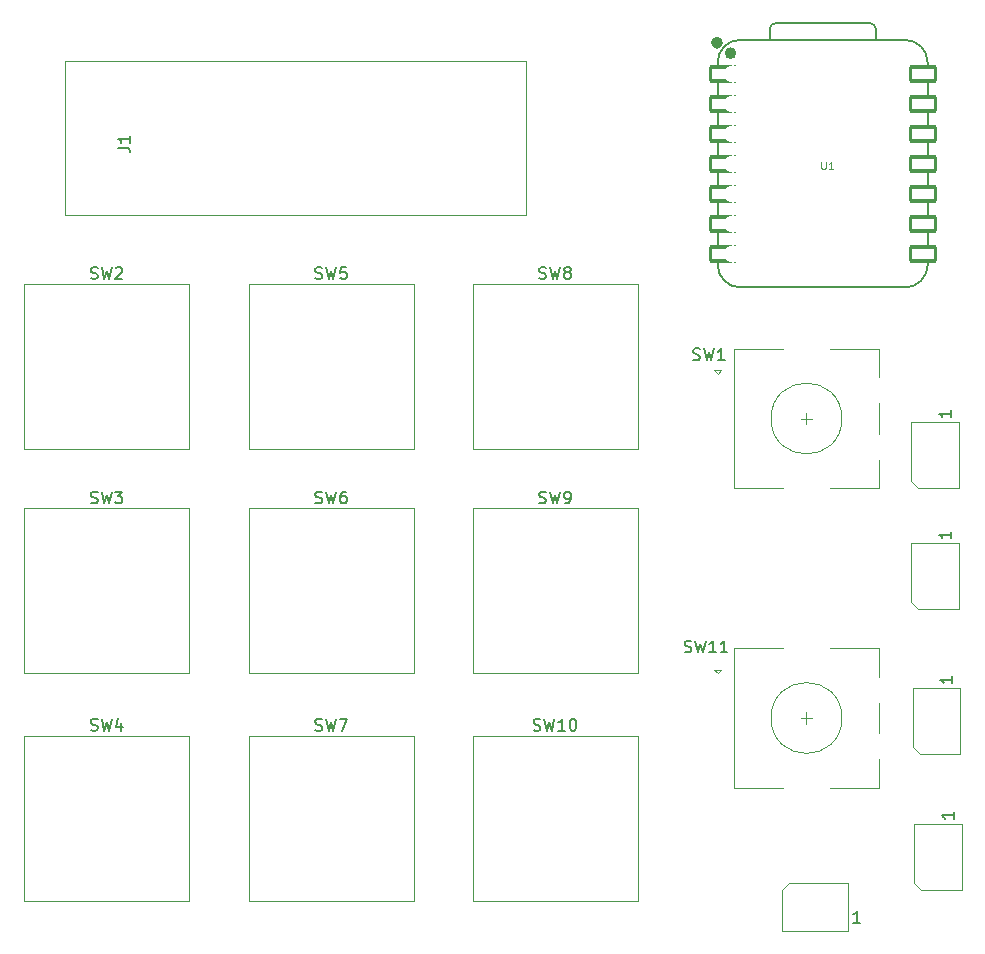
<source format=gto>
G04 #@! TF.GenerationSoftware,KiCad,Pcbnew,9.0.7*
G04 #@! TF.CreationDate,2026-02-07T16:10:57+01:00*
G04 #@! TF.ProjectId,keyboard,6b657962-6f61-4726-942e-6b696361645f,rev?*
G04 #@! TF.SameCoordinates,Original*
G04 #@! TF.FileFunction,Legend,Top*
G04 #@! TF.FilePolarity,Positive*
%FSLAX46Y46*%
G04 Gerber Fmt 4.6, Leading zero omitted, Abs format (unit mm)*
G04 Created by KiCad (PCBNEW 9.0.7) date 2026-02-07 16:10:57*
%MOMM*%
%LPD*%
G01*
G04 APERTURE LIST*
G04 Aperture macros list*
%AMRoundRect*
0 Rectangle with rounded corners*
0 $1 Rounding radius*
0 $2 $3 $4 $5 $6 $7 $8 $9 X,Y pos of 4 corners*
0 Add a 4 corners polygon primitive as box body*
4,1,4,$2,$3,$4,$5,$6,$7,$8,$9,$2,$3,0*
0 Add four circle primitives for the rounded corners*
1,1,$1+$1,$2,$3*
1,1,$1+$1,$4,$5*
1,1,$1+$1,$6,$7*
1,1,$1+$1,$8,$9*
0 Add four rect primitives between the rounded corners*
20,1,$1+$1,$2,$3,$4,$5,0*
20,1,$1+$1,$4,$5,$6,$7,0*
20,1,$1+$1,$6,$7,$8,$9,0*
20,1,$1+$1,$8,$9,$2,$3,0*%
G04 Aperture macros list end*
%ADD10C,0.150000*%
%ADD11C,0.101600*%
%ADD12C,0.120000*%
%ADD13C,0.100000*%
%ADD14C,0.127000*%
%ADD15C,0.504000*%
%ADD16R,2.000000X2.000000*%
%ADD17C,2.000000*%
%ADD18R,3.200000X2.000000*%
%ADD19C,1.700000*%
%ADD20C,4.000000*%
%ADD21C,2.200000*%
%ADD22R,0.850000X1.600000*%
%ADD23R,1.700000X1.700000*%
%ADD24O,1.700000X1.700000*%
%ADD25R,1.600000X0.850000*%
%ADD26RoundRect,0.152400X1.063600X0.609600X-1.063600X0.609600X-1.063600X-0.609600X1.063600X-0.609600X0*%
%ADD27C,1.524000*%
%ADD28RoundRect,0.152400X-1.063600X-0.609600X1.063600X-0.609600X1.063600X0.609600X-1.063600X0.609600X0*%
%ADD29R,1.600000X1.600000*%
%ADD30O,1.600000X1.600000*%
G04 APERTURE END LIST*
D10*
X178440476Y-76407200D02*
X178583333Y-76454819D01*
X178583333Y-76454819D02*
X178821428Y-76454819D01*
X178821428Y-76454819D02*
X178916666Y-76407200D01*
X178916666Y-76407200D02*
X178964285Y-76359580D01*
X178964285Y-76359580D02*
X179011904Y-76264342D01*
X179011904Y-76264342D02*
X179011904Y-76169104D01*
X179011904Y-76169104D02*
X178964285Y-76073866D01*
X178964285Y-76073866D02*
X178916666Y-76026247D01*
X178916666Y-76026247D02*
X178821428Y-75978628D01*
X178821428Y-75978628D02*
X178630952Y-75931009D01*
X178630952Y-75931009D02*
X178535714Y-75883390D01*
X178535714Y-75883390D02*
X178488095Y-75835771D01*
X178488095Y-75835771D02*
X178440476Y-75740533D01*
X178440476Y-75740533D02*
X178440476Y-75645295D01*
X178440476Y-75645295D02*
X178488095Y-75550057D01*
X178488095Y-75550057D02*
X178535714Y-75502438D01*
X178535714Y-75502438D02*
X178630952Y-75454819D01*
X178630952Y-75454819D02*
X178869047Y-75454819D01*
X178869047Y-75454819D02*
X179011904Y-75502438D01*
X179345238Y-75454819D02*
X179583333Y-76454819D01*
X179583333Y-76454819D02*
X179773809Y-75740533D01*
X179773809Y-75740533D02*
X179964285Y-76454819D01*
X179964285Y-76454819D02*
X180202381Y-75454819D01*
X181107142Y-76454819D02*
X180535714Y-76454819D01*
X180821428Y-76454819D02*
X180821428Y-75454819D01*
X180821428Y-75454819D02*
X180726190Y-75597676D01*
X180726190Y-75597676D02*
X180630952Y-75692914D01*
X180630952Y-75692914D02*
X180535714Y-75740533D01*
X182059523Y-76454819D02*
X181488095Y-76454819D01*
X181773809Y-76454819D02*
X181773809Y-75454819D01*
X181773809Y-75454819D02*
X181678571Y-75597676D01*
X181678571Y-75597676D02*
X181583333Y-75692914D01*
X181583333Y-75692914D02*
X181488095Y-75740533D01*
X128166667Y-83033200D02*
X128309524Y-83080819D01*
X128309524Y-83080819D02*
X128547619Y-83080819D01*
X128547619Y-83080819D02*
X128642857Y-83033200D01*
X128642857Y-83033200D02*
X128690476Y-82985580D01*
X128690476Y-82985580D02*
X128738095Y-82890342D01*
X128738095Y-82890342D02*
X128738095Y-82795104D01*
X128738095Y-82795104D02*
X128690476Y-82699866D01*
X128690476Y-82699866D02*
X128642857Y-82652247D01*
X128642857Y-82652247D02*
X128547619Y-82604628D01*
X128547619Y-82604628D02*
X128357143Y-82557009D01*
X128357143Y-82557009D02*
X128261905Y-82509390D01*
X128261905Y-82509390D02*
X128214286Y-82461771D01*
X128214286Y-82461771D02*
X128166667Y-82366533D01*
X128166667Y-82366533D02*
X128166667Y-82271295D01*
X128166667Y-82271295D02*
X128214286Y-82176057D01*
X128214286Y-82176057D02*
X128261905Y-82128438D01*
X128261905Y-82128438D02*
X128357143Y-82080819D01*
X128357143Y-82080819D02*
X128595238Y-82080819D01*
X128595238Y-82080819D02*
X128738095Y-82128438D01*
X129071429Y-82080819D02*
X129309524Y-83080819D01*
X129309524Y-83080819D02*
X129500000Y-82366533D01*
X129500000Y-82366533D02*
X129690476Y-83080819D01*
X129690476Y-83080819D02*
X129928572Y-82080819D01*
X130738095Y-82414152D02*
X130738095Y-83080819D01*
X130500000Y-82033200D02*
X130261905Y-82747485D01*
X130261905Y-82747485D02*
X130880952Y-82747485D01*
X166126667Y-63783200D02*
X166269524Y-63830819D01*
X166269524Y-63830819D02*
X166507619Y-63830819D01*
X166507619Y-63830819D02*
X166602857Y-63783200D01*
X166602857Y-63783200D02*
X166650476Y-63735580D01*
X166650476Y-63735580D02*
X166698095Y-63640342D01*
X166698095Y-63640342D02*
X166698095Y-63545104D01*
X166698095Y-63545104D02*
X166650476Y-63449866D01*
X166650476Y-63449866D02*
X166602857Y-63402247D01*
X166602857Y-63402247D02*
X166507619Y-63354628D01*
X166507619Y-63354628D02*
X166317143Y-63307009D01*
X166317143Y-63307009D02*
X166221905Y-63259390D01*
X166221905Y-63259390D02*
X166174286Y-63211771D01*
X166174286Y-63211771D02*
X166126667Y-63116533D01*
X166126667Y-63116533D02*
X166126667Y-63021295D01*
X166126667Y-63021295D02*
X166174286Y-62926057D01*
X166174286Y-62926057D02*
X166221905Y-62878438D01*
X166221905Y-62878438D02*
X166317143Y-62830819D01*
X166317143Y-62830819D02*
X166555238Y-62830819D01*
X166555238Y-62830819D02*
X166698095Y-62878438D01*
X167031429Y-62830819D02*
X167269524Y-63830819D01*
X167269524Y-63830819D02*
X167460000Y-63116533D01*
X167460000Y-63116533D02*
X167650476Y-63830819D01*
X167650476Y-63830819D02*
X167888572Y-62830819D01*
X168317143Y-63830819D02*
X168507619Y-63830819D01*
X168507619Y-63830819D02*
X168602857Y-63783200D01*
X168602857Y-63783200D02*
X168650476Y-63735580D01*
X168650476Y-63735580D02*
X168745714Y-63592723D01*
X168745714Y-63592723D02*
X168793333Y-63402247D01*
X168793333Y-63402247D02*
X168793333Y-63021295D01*
X168793333Y-63021295D02*
X168745714Y-62926057D01*
X168745714Y-62926057D02*
X168698095Y-62878438D01*
X168698095Y-62878438D02*
X168602857Y-62830819D01*
X168602857Y-62830819D02*
X168412381Y-62830819D01*
X168412381Y-62830819D02*
X168317143Y-62878438D01*
X168317143Y-62878438D02*
X168269524Y-62926057D01*
X168269524Y-62926057D02*
X168221905Y-63021295D01*
X168221905Y-63021295D02*
X168221905Y-63259390D01*
X168221905Y-63259390D02*
X168269524Y-63354628D01*
X168269524Y-63354628D02*
X168317143Y-63402247D01*
X168317143Y-63402247D02*
X168412381Y-63449866D01*
X168412381Y-63449866D02*
X168602857Y-63449866D01*
X168602857Y-63449866D02*
X168698095Y-63402247D01*
X168698095Y-63402247D02*
X168745714Y-63354628D01*
X168745714Y-63354628D02*
X168793333Y-63259390D01*
X200954819Y-66214285D02*
X200954819Y-66785713D01*
X200954819Y-66499999D02*
X199954819Y-66499999D01*
X199954819Y-66499999D02*
X200097676Y-66595237D01*
X200097676Y-66595237D02*
X200192914Y-66690475D01*
X200192914Y-66690475D02*
X200240533Y-66785713D01*
X130454819Y-33713333D02*
X131169104Y-33713333D01*
X131169104Y-33713333D02*
X131311961Y-33760952D01*
X131311961Y-33760952D02*
X131407200Y-33856190D01*
X131407200Y-33856190D02*
X131454819Y-33999047D01*
X131454819Y-33999047D02*
X131454819Y-34094285D01*
X131454819Y-32713333D02*
X131454819Y-33284761D01*
X131454819Y-32999047D02*
X130454819Y-32999047D01*
X130454819Y-32999047D02*
X130597676Y-33094285D01*
X130597676Y-33094285D02*
X130692914Y-33189523D01*
X130692914Y-33189523D02*
X130740533Y-33284761D01*
X193285714Y-99329819D02*
X192714286Y-99329819D01*
X193000000Y-99329819D02*
X193000000Y-98329819D01*
X193000000Y-98329819D02*
X192904762Y-98472676D01*
X192904762Y-98472676D02*
X192809524Y-98567914D01*
X192809524Y-98567914D02*
X192714286Y-98615533D01*
D11*
X190016190Y-34903479D02*
X190016190Y-35417526D01*
X190016190Y-35417526D02*
X190046428Y-35478002D01*
X190046428Y-35478002D02*
X190076666Y-35508241D01*
X190076666Y-35508241D02*
X190137142Y-35538479D01*
X190137142Y-35538479D02*
X190258095Y-35538479D01*
X190258095Y-35538479D02*
X190318571Y-35508241D01*
X190318571Y-35508241D02*
X190348809Y-35478002D01*
X190348809Y-35478002D02*
X190379047Y-35417526D01*
X190379047Y-35417526D02*
X190379047Y-34903479D01*
X191014047Y-35538479D02*
X190651190Y-35538479D01*
X190832618Y-35538479D02*
X190832618Y-34903479D01*
X190832618Y-34903479D02*
X190772142Y-34994193D01*
X190772142Y-34994193D02*
X190711666Y-35054669D01*
X190711666Y-35054669D02*
X190651190Y-35084907D01*
D10*
X128166667Y-44783200D02*
X128309524Y-44830819D01*
X128309524Y-44830819D02*
X128547619Y-44830819D01*
X128547619Y-44830819D02*
X128642857Y-44783200D01*
X128642857Y-44783200D02*
X128690476Y-44735580D01*
X128690476Y-44735580D02*
X128738095Y-44640342D01*
X128738095Y-44640342D02*
X128738095Y-44545104D01*
X128738095Y-44545104D02*
X128690476Y-44449866D01*
X128690476Y-44449866D02*
X128642857Y-44402247D01*
X128642857Y-44402247D02*
X128547619Y-44354628D01*
X128547619Y-44354628D02*
X128357143Y-44307009D01*
X128357143Y-44307009D02*
X128261905Y-44259390D01*
X128261905Y-44259390D02*
X128214286Y-44211771D01*
X128214286Y-44211771D02*
X128166667Y-44116533D01*
X128166667Y-44116533D02*
X128166667Y-44021295D01*
X128166667Y-44021295D02*
X128214286Y-43926057D01*
X128214286Y-43926057D02*
X128261905Y-43878438D01*
X128261905Y-43878438D02*
X128357143Y-43830819D01*
X128357143Y-43830819D02*
X128595238Y-43830819D01*
X128595238Y-43830819D02*
X128738095Y-43878438D01*
X129071429Y-43830819D02*
X129309524Y-44830819D01*
X129309524Y-44830819D02*
X129500000Y-44116533D01*
X129500000Y-44116533D02*
X129690476Y-44830819D01*
X129690476Y-44830819D02*
X129928572Y-43830819D01*
X130261905Y-43926057D02*
X130309524Y-43878438D01*
X130309524Y-43878438D02*
X130404762Y-43830819D01*
X130404762Y-43830819D02*
X130642857Y-43830819D01*
X130642857Y-43830819D02*
X130738095Y-43878438D01*
X130738095Y-43878438D02*
X130785714Y-43926057D01*
X130785714Y-43926057D02*
X130833333Y-44021295D01*
X130833333Y-44021295D02*
X130833333Y-44116533D01*
X130833333Y-44116533D02*
X130785714Y-44259390D01*
X130785714Y-44259390D02*
X130214286Y-44830819D01*
X130214286Y-44830819D02*
X130833333Y-44830819D01*
X201204819Y-89964285D02*
X201204819Y-90535713D01*
X201204819Y-90249999D02*
X200204819Y-90249999D01*
X200204819Y-90249999D02*
X200347676Y-90345237D01*
X200347676Y-90345237D02*
X200442914Y-90440475D01*
X200442914Y-90440475D02*
X200490533Y-90535713D01*
X128166667Y-63783200D02*
X128309524Y-63830819D01*
X128309524Y-63830819D02*
X128547619Y-63830819D01*
X128547619Y-63830819D02*
X128642857Y-63783200D01*
X128642857Y-63783200D02*
X128690476Y-63735580D01*
X128690476Y-63735580D02*
X128738095Y-63640342D01*
X128738095Y-63640342D02*
X128738095Y-63545104D01*
X128738095Y-63545104D02*
X128690476Y-63449866D01*
X128690476Y-63449866D02*
X128642857Y-63402247D01*
X128642857Y-63402247D02*
X128547619Y-63354628D01*
X128547619Y-63354628D02*
X128357143Y-63307009D01*
X128357143Y-63307009D02*
X128261905Y-63259390D01*
X128261905Y-63259390D02*
X128214286Y-63211771D01*
X128214286Y-63211771D02*
X128166667Y-63116533D01*
X128166667Y-63116533D02*
X128166667Y-63021295D01*
X128166667Y-63021295D02*
X128214286Y-62926057D01*
X128214286Y-62926057D02*
X128261905Y-62878438D01*
X128261905Y-62878438D02*
X128357143Y-62830819D01*
X128357143Y-62830819D02*
X128595238Y-62830819D01*
X128595238Y-62830819D02*
X128738095Y-62878438D01*
X129071429Y-62830819D02*
X129309524Y-63830819D01*
X129309524Y-63830819D02*
X129500000Y-63116533D01*
X129500000Y-63116533D02*
X129690476Y-63830819D01*
X129690476Y-63830819D02*
X129928572Y-62830819D01*
X130214286Y-62830819D02*
X130833333Y-62830819D01*
X130833333Y-62830819D02*
X130500000Y-63211771D01*
X130500000Y-63211771D02*
X130642857Y-63211771D01*
X130642857Y-63211771D02*
X130738095Y-63259390D01*
X130738095Y-63259390D02*
X130785714Y-63307009D01*
X130785714Y-63307009D02*
X130833333Y-63402247D01*
X130833333Y-63402247D02*
X130833333Y-63640342D01*
X130833333Y-63640342D02*
X130785714Y-63735580D01*
X130785714Y-63735580D02*
X130738095Y-63783200D01*
X130738095Y-63783200D02*
X130642857Y-63830819D01*
X130642857Y-63830819D02*
X130357143Y-63830819D01*
X130357143Y-63830819D02*
X130261905Y-63783200D01*
X130261905Y-63783200D02*
X130214286Y-63735580D01*
X200954819Y-55964285D02*
X200954819Y-56535713D01*
X200954819Y-56249999D02*
X199954819Y-56249999D01*
X199954819Y-56249999D02*
X200097676Y-56345237D01*
X200097676Y-56345237D02*
X200192914Y-56440475D01*
X200192914Y-56440475D02*
X200240533Y-56535713D01*
X165650476Y-83033200D02*
X165793333Y-83080819D01*
X165793333Y-83080819D02*
X166031428Y-83080819D01*
X166031428Y-83080819D02*
X166126666Y-83033200D01*
X166126666Y-83033200D02*
X166174285Y-82985580D01*
X166174285Y-82985580D02*
X166221904Y-82890342D01*
X166221904Y-82890342D02*
X166221904Y-82795104D01*
X166221904Y-82795104D02*
X166174285Y-82699866D01*
X166174285Y-82699866D02*
X166126666Y-82652247D01*
X166126666Y-82652247D02*
X166031428Y-82604628D01*
X166031428Y-82604628D02*
X165840952Y-82557009D01*
X165840952Y-82557009D02*
X165745714Y-82509390D01*
X165745714Y-82509390D02*
X165698095Y-82461771D01*
X165698095Y-82461771D02*
X165650476Y-82366533D01*
X165650476Y-82366533D02*
X165650476Y-82271295D01*
X165650476Y-82271295D02*
X165698095Y-82176057D01*
X165698095Y-82176057D02*
X165745714Y-82128438D01*
X165745714Y-82128438D02*
X165840952Y-82080819D01*
X165840952Y-82080819D02*
X166079047Y-82080819D01*
X166079047Y-82080819D02*
X166221904Y-82128438D01*
X166555238Y-82080819D02*
X166793333Y-83080819D01*
X166793333Y-83080819D02*
X166983809Y-82366533D01*
X166983809Y-82366533D02*
X167174285Y-83080819D01*
X167174285Y-83080819D02*
X167412381Y-82080819D01*
X168317142Y-83080819D02*
X167745714Y-83080819D01*
X168031428Y-83080819D02*
X168031428Y-82080819D01*
X168031428Y-82080819D02*
X167936190Y-82223676D01*
X167936190Y-82223676D02*
X167840952Y-82318914D01*
X167840952Y-82318914D02*
X167745714Y-82366533D01*
X168936190Y-82080819D02*
X169031428Y-82080819D01*
X169031428Y-82080819D02*
X169126666Y-82128438D01*
X169126666Y-82128438D02*
X169174285Y-82176057D01*
X169174285Y-82176057D02*
X169221904Y-82271295D01*
X169221904Y-82271295D02*
X169269523Y-82461771D01*
X169269523Y-82461771D02*
X169269523Y-82699866D01*
X169269523Y-82699866D02*
X169221904Y-82890342D01*
X169221904Y-82890342D02*
X169174285Y-82985580D01*
X169174285Y-82985580D02*
X169126666Y-83033200D01*
X169126666Y-83033200D02*
X169031428Y-83080819D01*
X169031428Y-83080819D02*
X168936190Y-83080819D01*
X168936190Y-83080819D02*
X168840952Y-83033200D01*
X168840952Y-83033200D02*
X168793333Y-82985580D01*
X168793333Y-82985580D02*
X168745714Y-82890342D01*
X168745714Y-82890342D02*
X168698095Y-82699866D01*
X168698095Y-82699866D02*
X168698095Y-82461771D01*
X168698095Y-82461771D02*
X168745714Y-82271295D01*
X168745714Y-82271295D02*
X168793333Y-82176057D01*
X168793333Y-82176057D02*
X168840952Y-82128438D01*
X168840952Y-82128438D02*
X168936190Y-82080819D01*
X179166667Y-51657200D02*
X179309524Y-51704819D01*
X179309524Y-51704819D02*
X179547619Y-51704819D01*
X179547619Y-51704819D02*
X179642857Y-51657200D01*
X179642857Y-51657200D02*
X179690476Y-51609580D01*
X179690476Y-51609580D02*
X179738095Y-51514342D01*
X179738095Y-51514342D02*
X179738095Y-51419104D01*
X179738095Y-51419104D02*
X179690476Y-51323866D01*
X179690476Y-51323866D02*
X179642857Y-51276247D01*
X179642857Y-51276247D02*
X179547619Y-51228628D01*
X179547619Y-51228628D02*
X179357143Y-51181009D01*
X179357143Y-51181009D02*
X179261905Y-51133390D01*
X179261905Y-51133390D02*
X179214286Y-51085771D01*
X179214286Y-51085771D02*
X179166667Y-50990533D01*
X179166667Y-50990533D02*
X179166667Y-50895295D01*
X179166667Y-50895295D02*
X179214286Y-50800057D01*
X179214286Y-50800057D02*
X179261905Y-50752438D01*
X179261905Y-50752438D02*
X179357143Y-50704819D01*
X179357143Y-50704819D02*
X179595238Y-50704819D01*
X179595238Y-50704819D02*
X179738095Y-50752438D01*
X180071429Y-50704819D02*
X180309524Y-51704819D01*
X180309524Y-51704819D02*
X180500000Y-50990533D01*
X180500000Y-50990533D02*
X180690476Y-51704819D01*
X180690476Y-51704819D02*
X180928572Y-50704819D01*
X181833333Y-51704819D02*
X181261905Y-51704819D01*
X181547619Y-51704819D02*
X181547619Y-50704819D01*
X181547619Y-50704819D02*
X181452381Y-50847676D01*
X181452381Y-50847676D02*
X181357143Y-50942914D01*
X181357143Y-50942914D02*
X181261905Y-50990533D01*
X166126667Y-44783200D02*
X166269524Y-44830819D01*
X166269524Y-44830819D02*
X166507619Y-44830819D01*
X166507619Y-44830819D02*
X166602857Y-44783200D01*
X166602857Y-44783200D02*
X166650476Y-44735580D01*
X166650476Y-44735580D02*
X166698095Y-44640342D01*
X166698095Y-44640342D02*
X166698095Y-44545104D01*
X166698095Y-44545104D02*
X166650476Y-44449866D01*
X166650476Y-44449866D02*
X166602857Y-44402247D01*
X166602857Y-44402247D02*
X166507619Y-44354628D01*
X166507619Y-44354628D02*
X166317143Y-44307009D01*
X166317143Y-44307009D02*
X166221905Y-44259390D01*
X166221905Y-44259390D02*
X166174286Y-44211771D01*
X166174286Y-44211771D02*
X166126667Y-44116533D01*
X166126667Y-44116533D02*
X166126667Y-44021295D01*
X166126667Y-44021295D02*
X166174286Y-43926057D01*
X166174286Y-43926057D02*
X166221905Y-43878438D01*
X166221905Y-43878438D02*
X166317143Y-43830819D01*
X166317143Y-43830819D02*
X166555238Y-43830819D01*
X166555238Y-43830819D02*
X166698095Y-43878438D01*
X167031429Y-43830819D02*
X167269524Y-44830819D01*
X167269524Y-44830819D02*
X167460000Y-44116533D01*
X167460000Y-44116533D02*
X167650476Y-44830819D01*
X167650476Y-44830819D02*
X167888572Y-43830819D01*
X168412381Y-44259390D02*
X168317143Y-44211771D01*
X168317143Y-44211771D02*
X168269524Y-44164152D01*
X168269524Y-44164152D02*
X168221905Y-44068914D01*
X168221905Y-44068914D02*
X168221905Y-44021295D01*
X168221905Y-44021295D02*
X168269524Y-43926057D01*
X168269524Y-43926057D02*
X168317143Y-43878438D01*
X168317143Y-43878438D02*
X168412381Y-43830819D01*
X168412381Y-43830819D02*
X168602857Y-43830819D01*
X168602857Y-43830819D02*
X168698095Y-43878438D01*
X168698095Y-43878438D02*
X168745714Y-43926057D01*
X168745714Y-43926057D02*
X168793333Y-44021295D01*
X168793333Y-44021295D02*
X168793333Y-44068914D01*
X168793333Y-44068914D02*
X168745714Y-44164152D01*
X168745714Y-44164152D02*
X168698095Y-44211771D01*
X168698095Y-44211771D02*
X168602857Y-44259390D01*
X168602857Y-44259390D02*
X168412381Y-44259390D01*
X168412381Y-44259390D02*
X168317143Y-44307009D01*
X168317143Y-44307009D02*
X168269524Y-44354628D01*
X168269524Y-44354628D02*
X168221905Y-44449866D01*
X168221905Y-44449866D02*
X168221905Y-44640342D01*
X168221905Y-44640342D02*
X168269524Y-44735580D01*
X168269524Y-44735580D02*
X168317143Y-44783200D01*
X168317143Y-44783200D02*
X168412381Y-44830819D01*
X168412381Y-44830819D02*
X168602857Y-44830819D01*
X168602857Y-44830819D02*
X168698095Y-44783200D01*
X168698095Y-44783200D02*
X168745714Y-44735580D01*
X168745714Y-44735580D02*
X168793333Y-44640342D01*
X168793333Y-44640342D02*
X168793333Y-44449866D01*
X168793333Y-44449866D02*
X168745714Y-44354628D01*
X168745714Y-44354628D02*
X168698095Y-44307009D01*
X168698095Y-44307009D02*
X168602857Y-44259390D01*
X147166667Y-83033200D02*
X147309524Y-83080819D01*
X147309524Y-83080819D02*
X147547619Y-83080819D01*
X147547619Y-83080819D02*
X147642857Y-83033200D01*
X147642857Y-83033200D02*
X147690476Y-82985580D01*
X147690476Y-82985580D02*
X147738095Y-82890342D01*
X147738095Y-82890342D02*
X147738095Y-82795104D01*
X147738095Y-82795104D02*
X147690476Y-82699866D01*
X147690476Y-82699866D02*
X147642857Y-82652247D01*
X147642857Y-82652247D02*
X147547619Y-82604628D01*
X147547619Y-82604628D02*
X147357143Y-82557009D01*
X147357143Y-82557009D02*
X147261905Y-82509390D01*
X147261905Y-82509390D02*
X147214286Y-82461771D01*
X147214286Y-82461771D02*
X147166667Y-82366533D01*
X147166667Y-82366533D02*
X147166667Y-82271295D01*
X147166667Y-82271295D02*
X147214286Y-82176057D01*
X147214286Y-82176057D02*
X147261905Y-82128438D01*
X147261905Y-82128438D02*
X147357143Y-82080819D01*
X147357143Y-82080819D02*
X147595238Y-82080819D01*
X147595238Y-82080819D02*
X147738095Y-82128438D01*
X148071429Y-82080819D02*
X148309524Y-83080819D01*
X148309524Y-83080819D02*
X148500000Y-82366533D01*
X148500000Y-82366533D02*
X148690476Y-83080819D01*
X148690476Y-83080819D02*
X148928572Y-82080819D01*
X149214286Y-82080819D02*
X149880952Y-82080819D01*
X149880952Y-82080819D02*
X149452381Y-83080819D01*
X201079819Y-78464285D02*
X201079819Y-79035713D01*
X201079819Y-78749999D02*
X200079819Y-78749999D01*
X200079819Y-78749999D02*
X200222676Y-78845237D01*
X200222676Y-78845237D02*
X200317914Y-78940475D01*
X200317914Y-78940475D02*
X200365533Y-79035713D01*
X147166667Y-63783200D02*
X147309524Y-63830819D01*
X147309524Y-63830819D02*
X147547619Y-63830819D01*
X147547619Y-63830819D02*
X147642857Y-63783200D01*
X147642857Y-63783200D02*
X147690476Y-63735580D01*
X147690476Y-63735580D02*
X147738095Y-63640342D01*
X147738095Y-63640342D02*
X147738095Y-63545104D01*
X147738095Y-63545104D02*
X147690476Y-63449866D01*
X147690476Y-63449866D02*
X147642857Y-63402247D01*
X147642857Y-63402247D02*
X147547619Y-63354628D01*
X147547619Y-63354628D02*
X147357143Y-63307009D01*
X147357143Y-63307009D02*
X147261905Y-63259390D01*
X147261905Y-63259390D02*
X147214286Y-63211771D01*
X147214286Y-63211771D02*
X147166667Y-63116533D01*
X147166667Y-63116533D02*
X147166667Y-63021295D01*
X147166667Y-63021295D02*
X147214286Y-62926057D01*
X147214286Y-62926057D02*
X147261905Y-62878438D01*
X147261905Y-62878438D02*
X147357143Y-62830819D01*
X147357143Y-62830819D02*
X147595238Y-62830819D01*
X147595238Y-62830819D02*
X147738095Y-62878438D01*
X148071429Y-62830819D02*
X148309524Y-63830819D01*
X148309524Y-63830819D02*
X148500000Y-63116533D01*
X148500000Y-63116533D02*
X148690476Y-63830819D01*
X148690476Y-63830819D02*
X148928572Y-62830819D01*
X149738095Y-62830819D02*
X149547619Y-62830819D01*
X149547619Y-62830819D02*
X149452381Y-62878438D01*
X149452381Y-62878438D02*
X149404762Y-62926057D01*
X149404762Y-62926057D02*
X149309524Y-63068914D01*
X149309524Y-63068914D02*
X149261905Y-63259390D01*
X149261905Y-63259390D02*
X149261905Y-63640342D01*
X149261905Y-63640342D02*
X149309524Y-63735580D01*
X149309524Y-63735580D02*
X149357143Y-63783200D01*
X149357143Y-63783200D02*
X149452381Y-63830819D01*
X149452381Y-63830819D02*
X149642857Y-63830819D01*
X149642857Y-63830819D02*
X149738095Y-63783200D01*
X149738095Y-63783200D02*
X149785714Y-63735580D01*
X149785714Y-63735580D02*
X149833333Y-63640342D01*
X149833333Y-63640342D02*
X149833333Y-63402247D01*
X149833333Y-63402247D02*
X149785714Y-63307009D01*
X149785714Y-63307009D02*
X149738095Y-63259390D01*
X149738095Y-63259390D02*
X149642857Y-63211771D01*
X149642857Y-63211771D02*
X149452381Y-63211771D01*
X149452381Y-63211771D02*
X149357143Y-63259390D01*
X149357143Y-63259390D02*
X149309524Y-63307009D01*
X149309524Y-63307009D02*
X149261905Y-63402247D01*
X147166667Y-44783200D02*
X147309524Y-44830819D01*
X147309524Y-44830819D02*
X147547619Y-44830819D01*
X147547619Y-44830819D02*
X147642857Y-44783200D01*
X147642857Y-44783200D02*
X147690476Y-44735580D01*
X147690476Y-44735580D02*
X147738095Y-44640342D01*
X147738095Y-44640342D02*
X147738095Y-44545104D01*
X147738095Y-44545104D02*
X147690476Y-44449866D01*
X147690476Y-44449866D02*
X147642857Y-44402247D01*
X147642857Y-44402247D02*
X147547619Y-44354628D01*
X147547619Y-44354628D02*
X147357143Y-44307009D01*
X147357143Y-44307009D02*
X147261905Y-44259390D01*
X147261905Y-44259390D02*
X147214286Y-44211771D01*
X147214286Y-44211771D02*
X147166667Y-44116533D01*
X147166667Y-44116533D02*
X147166667Y-44021295D01*
X147166667Y-44021295D02*
X147214286Y-43926057D01*
X147214286Y-43926057D02*
X147261905Y-43878438D01*
X147261905Y-43878438D02*
X147357143Y-43830819D01*
X147357143Y-43830819D02*
X147595238Y-43830819D01*
X147595238Y-43830819D02*
X147738095Y-43878438D01*
X148071429Y-43830819D02*
X148309524Y-44830819D01*
X148309524Y-44830819D02*
X148500000Y-44116533D01*
X148500000Y-44116533D02*
X148690476Y-44830819D01*
X148690476Y-44830819D02*
X148928572Y-43830819D01*
X149785714Y-43830819D02*
X149309524Y-43830819D01*
X149309524Y-43830819D02*
X149261905Y-44307009D01*
X149261905Y-44307009D02*
X149309524Y-44259390D01*
X149309524Y-44259390D02*
X149404762Y-44211771D01*
X149404762Y-44211771D02*
X149642857Y-44211771D01*
X149642857Y-44211771D02*
X149738095Y-44259390D01*
X149738095Y-44259390D02*
X149785714Y-44307009D01*
X149785714Y-44307009D02*
X149833333Y-44402247D01*
X149833333Y-44402247D02*
X149833333Y-44640342D01*
X149833333Y-44640342D02*
X149785714Y-44735580D01*
X149785714Y-44735580D02*
X149738095Y-44783200D01*
X149738095Y-44783200D02*
X149642857Y-44830819D01*
X149642857Y-44830819D02*
X149404762Y-44830819D01*
X149404762Y-44830819D02*
X149309524Y-44783200D01*
X149309524Y-44783200D02*
X149261905Y-44735580D01*
D12*
G04 #@! TO.C,SW11*
X180950000Y-77900000D02*
X181550000Y-77900000D01*
X181250000Y-78200000D02*
X180950000Y-77900000D01*
X181550000Y-77900000D02*
X181250000Y-78200000D01*
X182650000Y-76100000D02*
X182650000Y-87900000D01*
X186750000Y-76100000D02*
X182650000Y-76100000D01*
X186750000Y-87900000D02*
X182650000Y-87900000D01*
X188250000Y-82000000D02*
X189250000Y-82000000D01*
X188750000Y-81500000D02*
X188750000Y-82500000D01*
X190750000Y-76100000D02*
X194850000Y-76100000D01*
X194850000Y-76100000D02*
X194850000Y-78500000D01*
X194850000Y-80700000D02*
X194850000Y-83300000D01*
X194850000Y-85500000D02*
X194850000Y-87900000D01*
X194850000Y-87900000D02*
X190750000Y-87900000D01*
X191750000Y-82000000D02*
G75*
G02*
X185750000Y-82000000I-3000000J0D01*
G01*
X185750000Y-82000000D02*
G75*
G02*
X191750000Y-82000000I3000000J0D01*
G01*
G04 #@! TO.C,SW4*
X122515000Y-83515000D02*
X136485000Y-83515000D01*
X122515000Y-97485000D02*
X122515000Y-83515000D01*
X136485000Y-83515000D02*
X136485000Y-97485000D01*
X136485000Y-97485000D02*
X122515000Y-97485000D01*
G04 #@! TO.C,SW9*
X160475000Y-64265000D02*
X174445000Y-64265000D01*
X160475000Y-78235000D02*
X160475000Y-64265000D01*
X174445000Y-64265000D02*
X174445000Y-78235000D01*
X174445000Y-78235000D02*
X160475000Y-78235000D01*
G04 #@! TO.C,D17*
X197625000Y-67200000D02*
X197625000Y-72200000D01*
X198225000Y-72800000D02*
X197625000Y-72200000D01*
X198225000Y-72800000D02*
X201625000Y-72800000D01*
X201625000Y-67200000D02*
X197625000Y-67200000D01*
X201625000Y-67200000D02*
X201625000Y-72800000D01*
G04 #@! TO.C,J1*
D13*
X126000000Y-26380000D02*
X165000000Y-26380000D01*
X165000000Y-39380000D01*
X126000000Y-39380000D01*
X126000000Y-26380000D01*
D12*
G04 #@! TO.C,D20*
X186700000Y-96600000D02*
X186700000Y-100000000D01*
X186700000Y-96600000D02*
X187300000Y-96000000D01*
X192300000Y-96000000D02*
X187300000Y-96000000D01*
X192300000Y-100000000D02*
X186700000Y-100000000D01*
X192300000Y-100000000D02*
X192300000Y-96000000D01*
D14*
G04 #@! TO.C,U1*
X181230000Y-43639000D02*
X181230000Y-26494000D01*
X183135000Y-45544000D02*
X197105000Y-45544000D01*
X185625000Y-24589000D02*
X185628728Y-23678728D01*
X186128728Y-23179000D02*
X194124000Y-23179000D01*
X194624000Y-23679000D02*
X194624000Y-24589000D01*
D13*
X197105000Y-24589000D02*
X183135000Y-24589000D01*
D14*
X197105000Y-24589000D02*
X183135000Y-24589000D01*
X199010000Y-43639000D02*
X199010000Y-26494000D01*
X181230000Y-26494000D02*
G75*
G02*
X183135000Y-24589000I1905001J-1D01*
G01*
X183135000Y-45544000D02*
G75*
G02*
X181230000Y-43639000I1J1905001D01*
G01*
X185628728Y-23678728D02*
G75*
G02*
X186128728Y-23179001I500018J-291D01*
G01*
X194124000Y-23179000D02*
G75*
G02*
X194624000Y-23679000I0J-500000D01*
G01*
X197105000Y-24589000D02*
G75*
G02*
X199010000Y-26494000I0J-1905000D01*
G01*
X199010000Y-43639000D02*
G75*
G02*
X197105000Y-45544000I-1905000J0D01*
G01*
D15*
X181422000Y-24830000D02*
G75*
G02*
X180918000Y-24830000I-252000J0D01*
G01*
X180918000Y-24830000D02*
G75*
G02*
X181422000Y-24830000I252000J0D01*
G01*
X182565000Y-25710000D02*
G75*
G02*
X182061000Y-25710000I-252000J0D01*
G01*
X182061000Y-25710000D02*
G75*
G02*
X182565000Y-25710000I252000J0D01*
G01*
D12*
G04 #@! TO.C,SW2*
X122515000Y-45265000D02*
X136485000Y-45265000D01*
X122515000Y-59235000D02*
X122515000Y-45265000D01*
X136485000Y-45265000D02*
X136485000Y-59235000D01*
X136485000Y-59235000D02*
X122515000Y-59235000D01*
G04 #@! TO.C,D19*
X197875000Y-90950000D02*
X197875000Y-95950000D01*
X198475000Y-96550000D02*
X197875000Y-95950000D01*
X198475000Y-96550000D02*
X201875000Y-96550000D01*
X201875000Y-90950000D02*
X197875000Y-90950000D01*
X201875000Y-90950000D02*
X201875000Y-96550000D01*
G04 #@! TO.C,SW3*
X122515000Y-64265000D02*
X136485000Y-64265000D01*
X122515000Y-78235000D02*
X122515000Y-64265000D01*
X136485000Y-64265000D02*
X136485000Y-78235000D01*
X136485000Y-78235000D02*
X122515000Y-78235000D01*
G04 #@! TO.C,D16*
X197625000Y-56950000D02*
X197625000Y-61950000D01*
X198225000Y-62550000D02*
X197625000Y-61950000D01*
X198225000Y-62550000D02*
X201625000Y-62550000D01*
X201625000Y-56950000D02*
X197625000Y-56950000D01*
X201625000Y-56950000D02*
X201625000Y-62550000D01*
G04 #@! TO.C,SW10*
X160475000Y-83515000D02*
X174445000Y-83515000D01*
X160475000Y-97485000D02*
X160475000Y-83515000D01*
X174445000Y-83515000D02*
X174445000Y-97485000D01*
X174445000Y-97485000D02*
X160475000Y-97485000D01*
G04 #@! TO.C,SW1*
X180950000Y-52550000D02*
X181550000Y-52550000D01*
X181250000Y-52850000D02*
X180950000Y-52550000D01*
X181550000Y-52550000D02*
X181250000Y-52850000D01*
X182650000Y-50750000D02*
X182650000Y-62550000D01*
X186750000Y-50750000D02*
X182650000Y-50750000D01*
X186750000Y-62550000D02*
X182650000Y-62550000D01*
X188250000Y-56650000D02*
X189250000Y-56650000D01*
X188750000Y-56150000D02*
X188750000Y-57150000D01*
X190750000Y-50750000D02*
X194850000Y-50750000D01*
X194850000Y-50750000D02*
X194850000Y-53150000D01*
X194850000Y-55350000D02*
X194850000Y-57950000D01*
X194850000Y-60150000D02*
X194850000Y-62550000D01*
X194850000Y-62550000D02*
X190750000Y-62550000D01*
X191750000Y-56650000D02*
G75*
G02*
X185750000Y-56650000I-3000000J0D01*
G01*
X185750000Y-56650000D02*
G75*
G02*
X191750000Y-56650000I3000000J0D01*
G01*
G04 #@! TO.C,SW8*
X160475000Y-45265000D02*
X174445000Y-45265000D01*
X160475000Y-59235000D02*
X160475000Y-45265000D01*
X174445000Y-45265000D02*
X174445000Y-59235000D01*
X174445000Y-59235000D02*
X160475000Y-59235000D01*
G04 #@! TO.C,SW7*
X141515000Y-83515000D02*
X155485000Y-83515000D01*
X141515000Y-97485000D02*
X141515000Y-83515000D01*
X155485000Y-83515000D02*
X155485000Y-97485000D01*
X155485000Y-97485000D02*
X141515000Y-97485000D01*
G04 #@! TO.C,D18*
X197750000Y-79450000D02*
X197750000Y-84450000D01*
X198350000Y-85050000D02*
X197750000Y-84450000D01*
X198350000Y-85050000D02*
X201750000Y-85050000D01*
X201750000Y-79450000D02*
X197750000Y-79450000D01*
X201750000Y-79450000D02*
X201750000Y-85050000D01*
G04 #@! TO.C,SW6*
X141515000Y-64265000D02*
X155485000Y-64265000D01*
X141515000Y-78235000D02*
X141515000Y-64265000D01*
X155485000Y-64265000D02*
X155485000Y-78235000D01*
X155485000Y-78235000D02*
X141515000Y-78235000D01*
G04 #@! TO.C,SW5*
X141515000Y-45265000D02*
X155485000Y-45265000D01*
X141515000Y-59235000D02*
X141515000Y-45265000D01*
X155485000Y-45265000D02*
X155485000Y-59235000D01*
X155485000Y-59235000D02*
X141515000Y-59235000D01*
G04 #@! TD*
%LPC*%
D16*
G04 #@! TO.C,SW11*
X181250000Y-79500000D03*
D17*
X181250000Y-84500000D03*
X181250000Y-82000000D03*
D18*
X188750000Y-76400000D03*
X188750000Y-87600000D03*
D17*
X195750000Y-84500000D03*
X195750000Y-79500000D03*
G04 #@! TD*
D19*
G04 #@! TO.C,SW4*
X124420000Y-90500000D03*
D20*
X129500000Y-90500000D03*
D19*
X134580000Y-90500000D03*
D21*
X132040000Y-85420000D03*
X125690000Y-87960000D03*
G04 #@! TD*
D19*
G04 #@! TO.C,SW9*
X162380000Y-71250000D03*
D20*
X167460000Y-71250000D03*
D19*
X172540000Y-71250000D03*
D21*
X170000000Y-66170000D03*
X163650000Y-68710000D03*
G04 #@! TD*
D22*
G04 #@! TO.C,D17*
X200500000Y-68250000D03*
X198750000Y-68250000D03*
X198750000Y-71750000D03*
X200500000Y-71750000D03*
G04 #@! TD*
D23*
G04 #@! TO.C,J1*
X128000000Y-28880000D03*
D24*
X128000000Y-31420000D03*
X128000000Y-33960000D03*
X128000000Y-36500000D03*
G04 #@! TD*
D25*
G04 #@! TO.C,D20*
X191250000Y-98875000D03*
X191250000Y-97125000D03*
X187750000Y-97125000D03*
X187750000Y-98875000D03*
G04 #@! TD*
D26*
G04 #@! TO.C,U1*
X181665000Y-27510000D03*
D27*
X182500000Y-27510000D03*
D26*
X181665000Y-30050000D03*
D27*
X182500000Y-30050000D03*
D26*
X181665000Y-32590000D03*
D27*
X182500000Y-32590000D03*
D26*
X181665000Y-35130000D03*
D27*
X182500000Y-35130000D03*
D26*
X181665000Y-37670000D03*
D27*
X182500000Y-37670000D03*
D26*
X181665000Y-40210000D03*
D27*
X182500000Y-40210000D03*
D26*
X181665000Y-42750000D03*
D27*
X182500000Y-42750000D03*
X197740000Y-42750000D03*
D28*
X198575000Y-42750000D03*
D27*
X197740000Y-40210000D03*
D28*
X198575000Y-40210000D03*
D27*
X197740000Y-37670000D03*
D28*
X198575000Y-37670000D03*
D27*
X197740000Y-35130000D03*
D28*
X198575000Y-35130000D03*
D27*
X197740000Y-32590000D03*
D28*
X198575000Y-32590000D03*
D27*
X197740000Y-30050000D03*
D28*
X198575000Y-30050000D03*
D27*
X197740000Y-27510000D03*
D28*
X198575000Y-27510000D03*
G04 #@! TD*
D19*
G04 #@! TO.C,SW2*
X124420000Y-52250000D03*
D20*
X129500000Y-52250000D03*
D19*
X134580000Y-52250000D03*
D21*
X132040000Y-47170000D03*
X125690000Y-49710000D03*
G04 #@! TD*
D22*
G04 #@! TO.C,D19*
X200750000Y-92000000D03*
X199000000Y-92000000D03*
X199000000Y-95500000D03*
X200750000Y-95500000D03*
G04 #@! TD*
D19*
G04 #@! TO.C,SW3*
X124420000Y-71250000D03*
D20*
X129500000Y-71250000D03*
D19*
X134580000Y-71250000D03*
D21*
X132040000Y-66170000D03*
X125690000Y-68710000D03*
G04 #@! TD*
D22*
G04 #@! TO.C,D16*
X200500000Y-58000000D03*
X198750000Y-58000000D03*
X198750000Y-61500000D03*
X200500000Y-61500000D03*
G04 #@! TD*
D19*
G04 #@! TO.C,SW10*
X162380000Y-90500000D03*
D20*
X167460000Y-90500000D03*
D19*
X172540000Y-90500000D03*
D21*
X170000000Y-85420000D03*
X163650000Y-87960000D03*
G04 #@! TD*
D16*
G04 #@! TO.C,SW1*
X181250000Y-54150000D03*
D17*
X181250000Y-59150000D03*
X181250000Y-56650000D03*
D18*
X188750000Y-51050000D03*
X188750000Y-62250000D03*
D17*
X195750000Y-59150000D03*
X195750000Y-54150000D03*
G04 #@! TD*
D19*
G04 #@! TO.C,SW8*
X162380000Y-52250000D03*
D20*
X167460000Y-52250000D03*
D19*
X172540000Y-52250000D03*
D21*
X170000000Y-47170000D03*
X163650000Y-49710000D03*
G04 #@! TD*
D19*
G04 #@! TO.C,SW7*
X143420000Y-90500000D03*
D20*
X148500000Y-90500000D03*
D19*
X153580000Y-90500000D03*
D21*
X151040000Y-85420000D03*
X144690000Y-87960000D03*
G04 #@! TD*
D22*
G04 #@! TO.C,D18*
X200625000Y-80500000D03*
X198875000Y-80500000D03*
X198875000Y-84000000D03*
X200625000Y-84000000D03*
G04 #@! TD*
D19*
G04 #@! TO.C,SW6*
X143420000Y-71250000D03*
D20*
X148500000Y-71250000D03*
D19*
X153580000Y-71250000D03*
D21*
X151040000Y-66170000D03*
X144690000Y-68710000D03*
G04 #@! TD*
D19*
G04 #@! TO.C,SW5*
X143420000Y-52250000D03*
D20*
X148500000Y-52250000D03*
D19*
X153580000Y-52250000D03*
D21*
X151040000Y-47170000D03*
X144690000Y-49710000D03*
G04 #@! TD*
D29*
G04 #@! TO.C,D1*
X133500000Y-76250000D03*
D30*
X125880000Y-76250000D03*
G04 #@! TD*
D29*
G04 #@! TO.C,D15*
X185130000Y-73250000D03*
D30*
X192750000Y-73250000D03*
G04 #@! TD*
D29*
G04 #@! TO.C,D6*
X171370000Y-57000000D03*
D30*
X163750000Y-57000000D03*
G04 #@! TD*
D29*
G04 #@! TO.C,D2*
X133620000Y-95250000D03*
D30*
X126000000Y-95250000D03*
G04 #@! TD*
D29*
G04 #@! TO.C,D5*
X171250000Y-76000000D03*
D30*
X163630000Y-76000000D03*
G04 #@! TD*
D29*
G04 #@! TO.C,D14*
X185630000Y-93250000D03*
D30*
X193250000Y-93250000D03*
G04 #@! TD*
D29*
G04 #@! TO.C,D10*
X192620000Y-65250000D03*
D30*
X185000000Y-65250000D03*
G04 #@! TD*
D29*
G04 #@! TO.C,D12*
X199500000Y-47130000D03*
D30*
X199500000Y-54750000D03*
G04 #@! TD*
D29*
G04 #@! TO.C,D4*
X171310000Y-95250000D03*
D30*
X163690000Y-95250000D03*
G04 #@! TD*
D29*
G04 #@! TO.C,D7*
X152370000Y-57000000D03*
D30*
X144750000Y-57000000D03*
G04 #@! TD*
D29*
G04 #@! TO.C,D9*
X133620000Y-57000000D03*
D30*
X126000000Y-57000000D03*
G04 #@! TD*
D29*
G04 #@! TO.C,D13*
X193120000Y-90500000D03*
D30*
X185500000Y-90500000D03*
G04 #@! TD*
D29*
G04 #@! TO.C,D8*
X152250000Y-76000000D03*
D30*
X144630000Y-76000000D03*
G04 #@! TD*
D29*
G04 #@! TO.C,D3*
X152500000Y-95250000D03*
D30*
X144880000Y-95250000D03*
G04 #@! TD*
D29*
G04 #@! TO.C,D11*
X192631546Y-67971381D03*
D30*
X185011546Y-67971381D03*
G04 #@! TD*
%LPD*%
M02*

</source>
